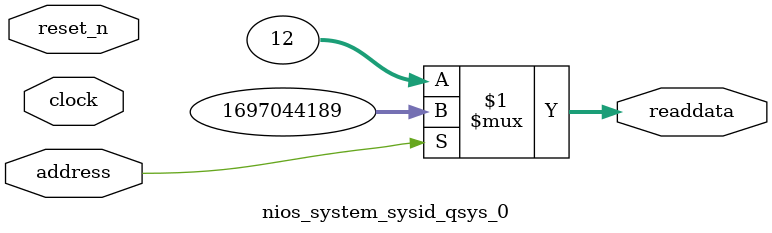
<source format=v>



// synthesis translate_off
`timescale 1ns / 1ps
// synthesis translate_on

// turn off superfluous verilog processor warnings 
// altera message_level Level1 
// altera message_off 10034 10035 10036 10037 10230 10240 10030 

module nios_system_sysid_qsys_0 (
               // inputs:
                address,
                clock,
                reset_n,

               // outputs:
                readdata
             )
;

  output  [ 31: 0] readdata;
  input            address;
  input            clock;
  input            reset_n;

  wire    [ 31: 0] readdata;
  //control_slave, which is an e_avalon_slave
  assign readdata = address ? 1697044189 : 12;

endmodule



</source>
